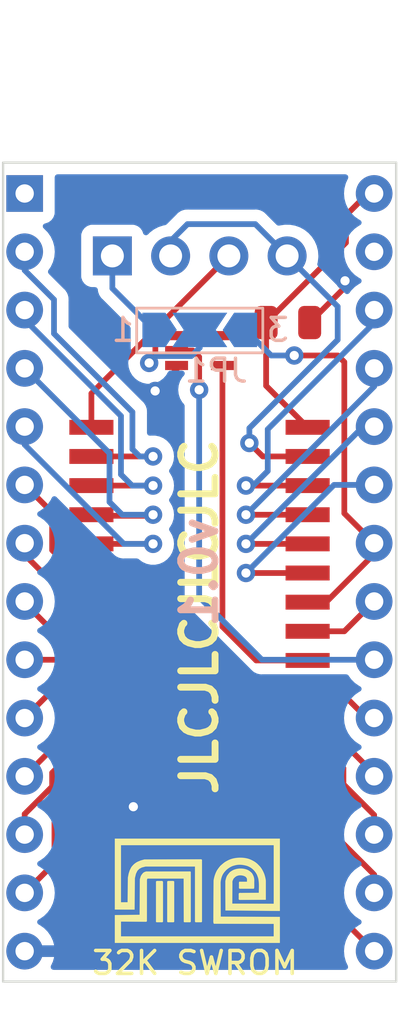
<source format=kicad_pcb>
(kicad_pcb (version 20211014) (generator pcbnew)
  (layers (0 "F.Cu" signal) (31 "B.Cu" signal) (34 "B.Paste" user) (35 "F.Paste" user) (36 "B.SilkS" user "B.Silkscreen") (37 "F.SilkS" user "F.Silkscreen") (38 "B.Mask" user) (39 "F.Mask" user) (44 "Edge.Cuts" user))
  (net 0 "")
  (net 2 "/A12")
  (net 3 "/A7")
  (net 4 "/A6")
  (net 5 "/A5")
  (net 6 "/A4")
  (net 7 "/A3")
  (net 8 "/A2")
  (net 9 "/A1")
  (net 10 "/A0")
  (net 11 "/DQ0")
  (net 12 "/DQ1")
  (net 13 "/DQ2")
  (net 14 "GND")
  (net 15 "/DQ3")
  (net 16 "/DQ4")
  (net 17 "/DQ5")
  (net 18 "/DQ6")
  (net 19 "/DQ7")
  (net 20 "/CE")
  (net 21 "/A10")
  (net 22 "/OE")
  (net 23 "/A11")
  (net 24 "/A9")
  (net 25 "/A8")
  (net 26 "/A13")
  (net 28 "+5V")
  (net 29 "/nPhi1")
  (net 30 "Net-(JP1-Pad2)")
  (net 31 "/WE")
  (net 32 "/A14")
  (net 33 "/F_CE")
  (footprint "BBCB-SWROM-32:SOT65P210X110-5N" (layer "F.Cu") (at 153.125 76.6)
    (fp_text reference "U3" hide)
    (fp_text value "74AHC1G32SE-7" hide)
    (pad "1" smd rect (at -1 -0.65 90) (size 0.4 1) (layers "F.Cu" "F.Paste" "F.Mask") (net 30 "Net-(JP1-Pad2)"))
    (pad "2" smd rect (at -1 0 90) (size 0.4 1) (layers "F.Cu" "F.Paste" "F.Mask") (net 20 "/CE"))
    (pad "3" smd rect (at -1 0.65 90) (size 0.4 1) (layers "F.Cu" "F.Paste" "F.Mask") (net 14 "GND"))
    (pad "4" smd rect (at 1 0.65 90) (size 0.4 1) (layers "F.Cu" "F.Paste" "F.Mask") (net 33 "/F_CE"))
    (pad "5" smd rect (at 1 -0.65 90) (size 0.4 1) (layers "F.Cu" "F.Paste" "F.Mask") (net 28 "+5V"))
  )
  (footprint "Package_DIP:DIP-28_W15.24mm" (layer "F.Cu") (at 145.5 69.755)
    (fp_text reference "U1" hide)
    (fp_text value "FM18W08-SG")
    (pad "1" thru_hole rect (at 0 0) (size 1.6 1.6) (drill 0.8) (layers *.Cu *.Mask))
    (pad "2" thru_hole oval (at 0 2.54) (size 1.6 1.6) (drill 0.8) (layers *.Cu *.Mask) (net 2 "/A12"))
    (pad "3" thru_hole oval (at 0 5.08) (size 1.6 1.6) (drill 0.8) (layers *.Cu *.Mask) (net 3 "/A7"))
    (pad "4" thru_hole oval (at 0 7.62) (size 1.6 1.6) (drill 0.8) (layers *.Cu *.Mask) (net 4 "/A6"))
    (pad "5" thru_hole oval (at 0 10.16) (size 1.6 1.6) (drill 0.8) (layers *.Cu *.Mask) (net 5 "/A5"))
    (pad "6" thru_hole oval (at 0 12.7) (size 1.6 1.6) (drill 0.8) (layers *.Cu *.Mask) (net 6 "/A4"))
    (pad "7" thru_hole oval (at 0 15.24) (size 1.6 1.6) (drill 0.8) (layers *.Cu *.Mask) (net 7 "/A3"))
    (pad "8" thru_hole oval (at 0 17.78) (size 1.6 1.6) (drill 0.8) (layers *.Cu *.Mask) (net 8 "/A2"))
    (pad "9" thru_hole oval (at 0 20.32) (size 1.6 1.6) (drill 0.8) (layers *.Cu *.Mask) (net 9 "/A1"))
    (pad "10" thru_hole oval (at 0 22.86) (size 1.6 1.6) (drill 0.8) (layers *.Cu *.Mask) (net 10 "/A0"))
    (pad "11" thru_hole oval (at 0 25.4) (size 1.6 1.6) (drill 0.8) (layers *.Cu *.Mask) (net 11 "/DQ0"))
    (pad "12" thru_hole oval (at 0 27.94) (size 1.6 1.6) (drill 0.8) (layers *.Cu *.Mask) (net 12 "/DQ1"))
    (pad "13" thru_hole oval (at 0 30.48) (size 1.6 1.6) (drill 0.8) (layers *.Cu *.Mask) (net 13 "/DQ2"))
    (pad "14" thru_hole oval (at 0 33.02) (size 1.6 1.6) (drill 0.8) (layers *.Cu *.Mask) (net 14 "GND"))
    (pad "15" thru_hole oval (at 15.24 33.02) (size 1.6 1.6) (drill 0.8) (layers *.Cu *.Mask) (net 15 "/DQ3"))
    (pad "16" thru_hole oval (at 15.24 30.48) (size 1.6 1.6) (drill 0.8) (layers *.Cu *.Mask) (net 16 "/DQ4"))
    (pad "17" thru_hole oval (at 15.24 27.94) (size 1.6 1.6) (drill 0.8) (layers *.Cu *.Mask) (net 17 "/DQ5"))
    (pad "18" thru_hole oval (at 15.24 25.4) (size 1.6 1.6) (drill 0.8) (layers *.Cu *.Mask) (net 18 "/DQ6"))
    (pad "19" thru_hole oval (at 15.24 22.86) (size 1.6 1.6) (drill 0.8) (layers *.Cu *.Mask) (net 19 "/DQ7"))
    (pad "20" thru_hole oval (at 15.24 20.32) (size 1.6 1.6) (drill 0.8) (layers *.Cu *.Mask) (net 20 "/CE"))
    (pad "21" thru_hole oval (at 15.24 17.78) (size 1.6 1.6) (drill 0.8) (layers *.Cu *.Mask) (net 21 "/A10"))
    (pad "22" thru_hole oval (at 15.24 15.24) (size 1.6 1.6) (drill 0.8) (layers *.Cu *.Mask) (net 22 "/OE"))
    (pad "23" thru_hole oval (at 15.24 12.7) (size 1.6 1.6) (drill 0.8) (layers *.Cu *.Mask) (net 23 "/A11"))
    (pad "24" thru_hole oval (at 15.24 10.16) (size 1.6 1.6) (drill 0.8) (layers *.Cu *.Mask) (net 24 "/A9"))
    (pad "25" thru_hole oval (at 15.24 7.62) (size 1.6 1.6) (drill 0.8) (layers *.Cu *.Mask) (net 25 "/A8"))
    (pad "26" thru_hole oval (at 15.24 5.08) (size 1.6 1.6) (drill 0.8) (layers *.Cu *.Mask) (net 26 "/A13"))
    (pad "27" thru_hole oval (at 15.24 2.54) (size 1.6 1.6) (drill 0.8) (layers *.Cu *.Mask))
    (pad "28" thru_hole oval (at 15.24 0) (size 1.6 1.6) (drill 0.8) (layers *.Cu *.Mask) (net 28 "+5V"))
  )
  (footprint "BBCB-SWROM-32:FM18W08" (layer "F.Cu") (at 153.125 88.2)
    (fp_text reference "U2" hide)
    (fp_text value "FM18W08-SG" hide)
    (pad "1" smd rect (at -4.714 -8.255 90) (size 0.65 1.922) (layers "F.Cu" "F.Paste" "F.Mask") (net 32 "/A14"))
    (pad "2" smd rect (at -4.714 -6.985 90) (size 0.65 1.922) (layers "F.Cu" "F.Paste" "F.Mask") (net 2 "/A12"))
    (pad "3" smd rect (at -4.714 -5.715 90) (size 0.65 1.922) (layers "F.Cu" "F.Paste" "F.Mask") (net 3 "/A7"))
    (pad "4" smd rect (at -4.714 -4.445 90) (size 0.65 1.922) (layers "F.Cu" "F.Paste" "F.Mask") (net 4 "/A6"))
    (pad "5" smd rect (at -4.714 -3.175 90) (size 0.65 1.922) (layers "F.Cu" "F.Paste" "F.Mask") (net 5 "/A5"))
    (pad "6" smd rect (at -4.714 -1.905 90) (size 0.65 1.922) (layers "F.Cu" "F.Paste" "F.Mask") (net 6 "/A4"))
    (pad "7" smd rect (at -4.714 -0.635 90) (size 0.65 1.922) (layers "F.Cu" "F.Paste" "F.Mask") (net 7 "/A3"))
    (pad "8" smd rect (at -4.714 0.635 90) (size 0.65 1.922) (layers "F.Cu" "F.Paste" "F.Mask") (net 8 "/A2"))
    (pad "9" smd rect (at -4.714 1.905 90) (size 0.65 1.922) (layers "F.Cu" "F.Paste" "F.Mask") (net 9 "/A1"))
    (pad "10" smd rect (at -4.714 3.175 90) (size 0.65 1.922) (layers "F.Cu" "F.Paste" "F.Mask") (net 10 "/A0"))
    (pad "11" smd rect (at -4.714 4.445 90) (size 0.65 1.922) (layers "F.Cu" "F.Paste" "F.Mask") (net 11 "/DQ0"))
    (pad "12" smd rect (at -4.714 5.715 90) (size 0.65 1.922) (layers "F.Cu" "F.Paste" "F.Mask") (net 12 "/DQ1"))
    (pad "13" smd rect (at -4.714 6.985 90) (size 0.65 1.922) (layers "F.Cu" "F.Paste" "F.Mask") (net 13 "/DQ2"))
    (pad "14" smd rect (at -4.714 8.255 90) (size 0.65 1.922) (layers "F.Cu" "F.Paste" "F.Mask") (net 14 "GND"))
    (pad "15" smd rect (at 4.714 8.255 90) (size 0.65 1.922) (layers "F.Cu" "F.Paste" "F.Mask") (net 15 "/DQ3"))
    (pad "16" smd rect (at 4.714 6.985 90) (size 0.65 1.922) (layers "F.Cu" "F.Paste" "F.Mask") (net 16 "/DQ4"))
    (pad "17" smd rect (at 4.714 5.715 90) (size 0.65 1.922) (layers "F.Cu" "F.Paste" "F.Mask") (net 17 "/DQ5"))
    (pad "18" smd rect (at 4.714 4.445 90) (size 0.65 1.922) (layers "F.Cu" "F.Paste" "F.Mask") (net 18 "/DQ6"))
    (pad "19" smd rect (at 4.714 3.175 90) (size 0.65 1.922) (layers "F.Cu" "F.Paste" "F.Mask") (net 19 "/DQ7"))
    (pad "20" smd rect (at 4.714 1.905 90) (size 0.65 1.922) (layers "F.Cu" "F.Paste" "F.Mask") (net 33 "/F_CE"))
    (pad "21" smd rect (at 4.714 0.635 90) (size 0.65 1.922) (layers "F.Cu" "F.Paste" "F.Mask") (net 21 "/A10"))
    (pad "22" smd rect (at 4.714 -0.635 90) (size 0.65 1.922) (layers "F.Cu" "F.Paste" "F.Mask") (net 22 "/OE"))
    (pad "23" smd rect (at 4.714 -1.905 90) (size 0.65 1.922) (layers "F.Cu" "F.Paste" "F.Mask") (net 23 "/A11"))
    (pad "24" smd rect (at 4.714 -3.175 90) (size 0.65 1.922) (layers "F.Cu" "F.Paste" "F.Mask") (net 24 "/A9"))
    (pad "25" smd rect (at 4.714 -4.445 90) (size 0.65 1.922) (layers "F.Cu" "F.Paste" "F.Mask") (net 25 "/A8"))
    (pad "26" smd rect (at 4.714 -5.715 90) (size 0.65 1.922) (layers "F.Cu" "F.Paste" "F.Mask") (net 26 "/A13"))
    (pad "27" smd rect (at 4.714 -6.985 90) (size 0.65 1.922) (layers "F.Cu" "F.Paste" "F.Mask") (net 31 "/WE"))
    (pad "28" smd rect (at 4.714 -8.255 90) (size 0.65 1.922) (layers "F.Cu" "F.Paste" "F.Mask") (net 28 "+5V"))
  )
  (footprint "Capacitor_SMD:C_0805_2012Metric" (layer "F.Cu") (at 156.98 75.38)
    (fp_text reference "C1" hide)
    (fp_text value "0.1n")
    (pad "1" smd roundrect (at -0.95 0) (size 1 1.45) (layers "F.Cu" "F.Paste" "F.Mask") (net 28 "+5V"))
    (pad "2" smd roundrect (at 0.95 0) (size 1 1.45) (layers "F.Cu" "F.Paste" "F.Mask") (net 14 "GND"))
  )
  (footprint "Connector_PinHeader_2.54mm:PinHeader_1x04_P2.54mm_Horizontal" (layer "F.Cu") (at 149.325 72.475 90)
    (fp_text reference "J1" hide)
    (fp_text value "Conn_01x04_Male")
    (pad "1" thru_hole rect (at 0 0 90) (size 1.7 1.7) (drill 1) (layers *.Cu *.Mask) (net 29 "/nPhi1"))
    (pad "2" thru_hole oval (at 0 2.54 90) (size 1.7 1.7) (drill 1) (layers *.Cu *.Mask) (net 31 "/WE"))
    (pad "3" thru_hole oval (at 0 5.08 90) (size 1.7 1.7) (drill 1) (layers *.Cu *.Mask) (net 32 "/A14"))
    (pad "4" thru_hole oval (at 0 7.62 90) (size 1.7 1.7) (drill 1) (layers *.Cu *.Mask) (net 31 "/WE"))
  )
  (footprint "Jumper:SolderJumper-3_P2.0mm_Open_TrianglePad1.0x1.5mm_NumberLabels" (layer "B.Cu") (at 153.135 75.7)
    (fp_text reference "JP1" (at 0.725 1.775) (layer "B.SilkS") (effects (justify mirror)))
    (fp_text value "Jumper_3_Open")
    (fp_text user "1" (at -3.35 0) (layer "B.SilkS") (effects (justify mirror)))
    (fp_text user "3" (at 3.4 0) (layer "B.SilkS") (effects (justify mirror)))
    (fp_line (start 2.75 -0.95) (end -2.75 -0.95) (layer "B.SilkS") (width 0.12))
    (fp_line (start -2.75 -0.95) (end -2.75 1) (layer "B.SilkS") (width 0.12))
    (fp_line (start -2.75 1) (end 2.75 1) (layer "B.SilkS") (width 0.12))
    (fp_line (start 2.75 1) (end 2.75 -0.95) (layer "B.SilkS") (width 0.12))
    (pad "1" smd custom (at -2 0) (size 0.3 0.3) (layers "B.Cu" "B.Mask") (net 29 "/nPhi1") (options (clearance outline) (anchor rect)) (primitives (gr_poly (pts (xy 1 0) (xy 0.5 -0.75) (xy -0.5 -0.75) (xy -0.5 0.75) (xy 0.5 0.75)) (width 0) (fill yes))))
    (pad "2" smd custom (at 0 0) (size 0.3 0.3) (layers "B.Cu") (net 30 "Net-(JP1-Pad2)") (options (clearance outline) (anchor rect)) (primitives (gr_poly (pts (xy 0.7 0) (xy 1.2 -0.75) (xy -1.2 -0.75) (xy -0.7 0) (xy -1.2 0.75) (xy 1.2 0.75)) (width 0) (fill yes))))
    (pad "3" smd custom (at 2 0 180) (size 0.3 0.3) (layers "B.Cu" "B.Mask") (net 22 "/OE") (options (clearance outline) (anchor rect)) (primitives (gr_poly (pts (xy 1 0) (xy 0.5 -0.75) (xy -0.5 -0.75) (xy -0.5 0.75) (xy 0.5 0.75)) (width 0) (fill yes))))
  )
  (gr_rect (start 149.37 97.81) (end 156.68 102.51) (layer "F.Cu") (width 0.2) (fill solid))
  (gr_poly (pts (xy 154.955491 98.700522) (xy 154.994925 98.702541) (xy 155.03432 98.705721) (xy 155.073601 98.71009) (xy 155.112695 98.715677) (xy 155.15153 98.722507) (xy 155.190031 98.730609) (xy 155.21068 98.735007) (xy 155.231116 98.740063) (xy 155.251347 98.745735) (xy 155.271382 98.751985) (xy 155.29123 98.758774) (xy 155.3109 98.766061) (xy 155.3304 98.773808) (xy 155.349739 98.781974) (xy 155.387969 98.799411) (xy 155.42566 98.818055) (xy 155.462881 98.837592) (xy 155.499702 98.857707) (xy 155.514469 98.866685) (xy 155.529033 98.875909) (xy 155.543392 98.88538) (xy 155.557546 98.895099) (xy 155.571493 98.905069) (xy 155.585232 98.91529) (xy 155.598762 98.925763) (xy 155.612081 98.93649) (xy 155.62519 98.947473) (xy 155.638085 98.958713) (xy 155.650767 98.970211) (xy 155.663234 98.981969) (xy 155.675485 98.993987) (xy 155.687519 99.006268) (xy 155.699334 99.018813) (xy 155.71093 99.031623) (xy 155.730728 99.05083) (xy 155.749698 99.070764) (xy 155.76787 99.091377) (xy 155.785276 99.112624) (xy 155.801945 99.134458) (xy 155.817908 99.156833) (xy 155.833195 99.179704) (xy 155.847836 99.203023) (xy 155.861863 99.226744) (xy 155.875305 99.250822) (xy 155.888193 99.27521) (xy 155.900558 99.299861) (xy 155.923837 99.34977) (xy 155.945386 99.400179) (xy 155.958158 99.436834) (xy 155.969981 99.473886) (xy 155.980804 99.511284) (xy 155.990579 99.548974) (xy 155.999255 99.586904) (xy 156.006784 99.625021) (xy 156.013115 99.663273) (xy 156.018199 99.701608) (xy 156.018199 100.537475) (xy 154.862248 100.542951) (xy 154.857737 100.540542) (xy 154.853672 100.537923) (xy 154.850032 100.535106) (xy 154.846796 100.532099) (xy 154.843942 100.528914) (xy 154.841449 100.525559) (xy 154.839295 100.522046) (xy 154.83746 100.518383) (xy 154.835921 100.514581) (xy 154.834658 100.510651) (xy 154.833649 100.506601) (xy 154.832872 100.502442) (xy 154.831931 100.493838) (xy 154.831664 100.484918) (xy 154.831901 100.475763) (xy 154.832469 100.466451) (xy 154.833919 100.447682) (xy 154.834459 100.438384) (xy 154.834647 100.42925) (xy 154.834312 100.420362) (xy 154.833284 100.411798) (xy 154.833838 100.402035) (xy 154.834088 100.39213) (xy 154.833916 100.372004) (xy 154.832556 100.331276) (xy 154.832327 100.311124) (xy 154.832536 100.301199) (xy 154.833039 100.291412) (xy 154.833897 100.281792) (xy 154.83517 100.272366) (xy 154.836918 100.263162) (xy 154.8392 100.254209) (xy 154.842971 100.250836) (xy 154.846874 100.247826) (xy 154.850904 100.245161) (xy 154.855052 100.242823) (xy 154.859314 100.240793) (xy 154.86368 100.239052) (xy 154.868146 100.237583) (xy 154.872704 100.236366) (xy 154.88207 100.234615) (xy 154.891723 100.233653) (xy 154.90161 100.233329) (xy 154.911676 100.233496) (xy 154.952651 100.236106) (xy 154.962801 100.236502) (xy 154.972806 100.236499) (xy 154.982612 100.235949) (xy 154.992163 100.234702) (xy 155.71 100.23) (xy 155.715023 99.959746) (xy 155.714594 99.892248) (xy 155.712249 99.824823) (xy 155.707368 99.757496) (xy 155.703782 99.723876) (xy 155.699329 99.69029) (xy 155.698117 99.674876) (xy 155.696255 99.659563) (xy 155.693799 99.644347) (xy 155.690801 99.629224) (xy 155.687316 99.614189) (xy 155.683396 99.599237) (xy 155.679097 99.584362) (xy 155.674472 99.569562) (xy 155.664457 99.540161) (xy 155.653782 99.510997) (xy 155.632175 99.453225) (xy 155.621432 99.432211) (xy 155.610157 99.411492) (xy 155.598349 99.391089) (xy 155.586008 99.371024) (xy 155.573132 99.351317) (xy 155.559721 99.331991) (xy 155.545772 99.313066) (xy 155.531285 99.294564) (xy 155.516259 99.276506) (xy 155.500693 99.258914) (xy 155.484585 99.241808) (xy 155.467934 99.225211) (xy 155.45074 99.209143) (xy 155.433001 99.193626) (xy 155.414716 99.178681) (xy 155.395885 99.164329) (xy 155.384863 99.156263) (xy 155.373622 99.148428) (xy 155.362178 99.140821) (xy 155.350546 99.13344) (xy 155.326773 99.119342) (xy 155.302423 99.10611) (xy 155.277613 99.09372) (xy 155.252462 99.082148) (xy 155.227087 99.07137) (xy 155.201607 99.061363) (xy 155.136325 99.043857) (xy 155.103032 99.036133) (xy 155.069357 99.029216) (xy 155.035338 99.023196) (xy 155.001013 99.018164) (xy 154.96642 99.014209) (xy 154.931597 99.011421) (xy 154.896584 99.009892) (xy 154.861418 99.009712) (xy 154.826138 99.010971) (xy 154.790782 99.013759) (xy 154.755389 99.018166) (xy 154.719996 99.024284) (xy 154.684643 99.032202) (xy 154.649367 99.04201) (xy 154.624941 99.048128) (xy 154.600843 99.055222) (xy 154.577077 99.063248) (xy 154.553649 99.072162) (xy 154.530565 99.081921) (xy 154.507828 99.092482) (xy 154.485445 99.103801) (xy 154.463421 99.115835) (xy 154.44176 99.128541) (xy 154.420469 99.141875) (xy 154.399551 99.155794) (xy 154.379013 99.170254) (xy 154.35886 99.185213) (xy 154.339096 99.200626) (xy 154.319727 99.216451) (xy 154.300758 99.232644) (xy 154.277013 99.257056) (xy 154.253785 99.281857) (xy 154.231252 99.307181) (xy 154.220302 99.320082) (xy 154.209593 99.333164) (xy 154.199148 99.346444) (xy 154.188988 99.35994) (xy 154.179137 99.373667) (xy 154.169617 99.387644) (xy 154.160449 99.401887) (xy 154.151657 99.416412) (xy 154.143264 99.431237) (xy 154.13529 99.446378) (xy 154.125776 99.465773) (xy 154.116852 99.485445) (xy 154.108505 99.505374) (xy 154.100719 99.52554) (xy 154.093479 99.545923) (xy 154.086771 99.566504) (xy 154.08058 99.587262) (xy 154.074891 99.608177) (xy 154.06969 99.62923) (xy 154.064961 99.650401) (xy 154.056861 99.693017) (xy 154.050475 99.735865) (xy 154.045683 99.778787) (xy 154.051031 101.002511) (xy 154.052117 101.251747) (xy 154.052194 101.269084) (xy 156.630926 101.280116) (xy 156.630926 102.41705) (xy 149.430926 102.41705) (xy 149.430926 101.200897) (xy 150.511842 101.187873) (xy 150.513186 100.972099) (xy 150.516674 100.416525) (xy 150.521505 99.645152) (xy 150.539876 99.581848) (xy 150.558221 99.518519) (xy 150.574551 99.486402) (xy 150.590855 99.454284) (xy 150.62783 99.408758) (xy 150.63484 99.39993) (xy 150.64173 99.3911) (xy 150.648675 99.38242) (xy 150.652222 99.378182) (xy 150.65585 99.374038) (xy 150.659579 99.370007) (xy 150.663431 99.366106) (xy 150.667428 99.362356) (xy 150.671592 99.358775) (xy 150.675945 99.355381) (xy 150.680509 99.352194) (xy 150.685306 99.349232) (xy 150.687799 99.347842) (xy 150.690358 99.346514) (xy 150.715938 99.329795) (xy 150.755677 99.315663) (xy 150.795442 99.301502) (xy 151.764014 99.301039) (xy 152.732585 99.300573) (xy 152.739044 99.317341) (xy 152.745478 99.33411) (xy 152.745478 101.491111) (xy 152.73274 101.503849) (xy 152.719976 101.516561) (xy 152.591922 101.516381) (xy 152.463868 101.516226) (xy 152.450638 101.507853) (xy 152.437409 101.499482) (xy 152.436634 101.233969) (xy 152.435937 100.988635) (xy 152.434696 100.556413) (xy 152.431983 99.613345) (xy 150.859185 99.613345) (xy 150.854968 99.618565) (xy 150.851316 99.623492) (xy 150.848182 99.628173) (xy 150.84552 99.632653) (xy 150.843286 99.636979) (xy 150.841433 99.641197) (xy 150.839916 99.645353) (xy 150.838689 99.649493) (xy 150.837707 99.653663) (xy 150.836923 99.65791) (xy 150.836293 99.662279) (xy 150.835769 99.666817) (xy 150.833838 99.687579) (xy 150.833218 100.578738) (xy 150.832959 100.974838) (xy 150.832804 101.216322) (xy 150.832623 101.469898) (xy 150.819885 101.482636) (xy 150.807147 101.495349) (xy 149.702021 101.487933) (xy 149.702021 102.128539) (xy 156.359805 102.128539) (xy 156.359805 101.587591) (xy 153.748802 101.581777) (xy 153.745181 101.574276) (xy 153.741934 101.566706) (xy 153.736487 101.551379) (xy 153.732315 101.53582) (xy 153.729272 101.520058) (xy 153.727212 101.504118) (xy 153.725989 101.488026) (xy 153.725456 101.47181) (xy 153.725467 101.455496) (xy 153.726539 101.422678) (xy 153.728033 101.389783) (xy 153.728782 101.357023) (xy 153.728511 101.34076) (xy 153.727615 101.32461) (xy 153.727976 101.248179) (xy 153.729139 100.999746) (xy 153.732072 100.345938) (xy 153.737201 99.692358) (xy 153.747946 99.634437) (xy 153.760793 99.576953) (xy 153.768037 99.548415) (xy 153.775847 99.520036) (xy 153.784236 99.491833) (xy 153.793217 99.463821) (xy 153.802803 99.436018) (xy 153.813009 99.408439) (xy 153.823847 99.381101) (xy 153.835331 99.354022) (xy 153.847474 99.327217) (xy 153.86029 99.300702) (xy 153.873791 99.274495) (xy 153.887992 99.248612) (xy 153.905536 99.222437) (xy 153.92348 99.196337) (xy 153.941861 99.170422) (xy 153.960714 99.144801) (xy 153.980078 99.119582) (xy 153.99999 99.094876) (xy 154.020485 99.070791) (xy 154.041601 99.047436) (xy 154.104313 98.992742) (xy 154.135841 98.965631) (xy 154.167862 98.939201) (xy 154.184146 98.926365) (xy 154.200659 98.913846) (xy 154.217437 98.901695) (xy 154.234516 98.889961) (xy 154.251931 98.878692) (xy 154.269717 98.867938) (xy 154.28791 98.857748) (xy 154.306545 98.848171) (xy 154.322209 98.839046) (xy 154.338079 98.830234) (xy 154.370391 98.813543) (xy 154.403383 98.798073) (xy 154.436955 98.783801) (xy 154.47101 98.770705) (xy 154.505449 98.75876) (xy 154.540173 98.747942) (xy 154.575082 98.73823) (xy 154.610884 98.730127) (xy 154.647378 98.722916) (xy 154.684492 98.716622) (xy 154.722153 98.711273) (xy 154.760287 98.706895) (xy 154.798821 98.703516) (xy 154.837682 98.701162) (xy 154.876796 98.699861) (xy 154.91609 98.699638)) (layer "F.SilkS") (width 0) (fill solid))
  (gr_poly (pts (xy 156.630926 101.024679) (xy 156.183881 101.021813) (xy 155.671501 101.016436) (xy 154.90974 101.008088) (xy 154.25412 101.004035) (xy 154.251114 100.358948) (xy 154.249885 100.036439) (xy 154.250554 99.714166) (xy 154.266869 99.648904) (xy 154.275363 99.616405) (xy 154.284745 99.584254) (xy 154.289924 99.568371) (xy 154.295511 99.552649) (xy 154.301569 99.537113) (xy 154.308159 99.521786) (xy 154.315345 99.506694) (xy 154.323187 99.491861) (xy 154.331749 99.477311) (xy 154.341091 99.46307) (xy 154.379199 99.413072) (xy 154.398583 99.388202) (xy 154.40854 99.37602) (xy 154.418744 99.364089) (xy 154.429246 99.352474) (xy 154.440099 99.341237) (xy 154.451354 99.33044) (xy 154.463065 99.320148) (xy 154.475282 99.310423) (xy 154.488059 99.301327) (xy 154.501448 99.292924) (xy 154.508388 99.289002) (xy 154.5155 99.285276) (xy 154.53453 99.272078) (xy 154.554894 99.259586) (xy 154.599288 99.236812) (xy 154.648008 99.21715) (xy 154.700378 99.200794) (xy 154.755726 99.187941) (xy 154.813376 99.178784) (xy 154.872656 99.173519) (xy 154.93289 99.172341) (xy 154.993404 99.175444) (xy 155.053525 99.183025) (xy 155.112579 99.195277) (xy 155.141495 99.203216) (xy 155.169891 99.212396) (xy 155.197683 99.222841) (xy 155.224787 99.234576) (xy 155.251118 99.247626) (xy 155.276593 99.262014) (xy 155.301126 99.277765) (xy 155.324635 99.294903) (xy 155.347034 99.313453) (xy 155.368239 99.333439) (xy 155.37909 99.34198) (xy 155.38921 99.351153) (xy 155.398654 99.360903) (xy 155.407476 99.371174) (xy 155.41573 99.381912) (xy 155.423473 99.39306) (xy 155.430757 99.404563) (xy 155.437638 99.416367) (xy 155.444171 99.428415) (xy 155.450411 99.440653) (xy 155.462227 99.465475) (xy 155.484743 99.514953) (xy 155.489194 99.528656) (xy 155.49329 99.542404) (xy 155.497032 99.556197) (xy 155.500418 99.570036) (xy 155.50345 99.583921) (xy 155.506127 99.597851) (xy 155.508449 99.611826) (xy 155.510417 99.625847) (xy 155.51203 99.639913) (xy 155.513288 99.654024) (xy 155.514192 99.668181) (xy 155.514742 99.682383) (xy 155.514937 99.69663) (xy 155.514778 99.710922) (xy 155.514265 99.725259) (xy 155.513397 99.739642) (xy 155.512892 99.774774) (xy 155.513005 99.810061) (xy 155.513881 99.880798) (xy 155.514041 99.916097) (xy 155.513617 99.951249) (xy 155.512305 99.98618) (xy 155.509806 100.020812) (xy 155.508674 100.025747) (xy 155.507266 100.030222) (xy 155.505594 100.034258) (xy 155.503672 100.037877) (xy 155.501511 100.0411) (xy 155.499125 100.043947) (xy 155.496527 100.04644) (xy 155.493728 100.0486) (xy 155.490741 100.050447) (xy 155.48758 100.052003) (xy 155.484256 100.053289) (xy 155.480782 100.054326) (xy 155.477172 100.055134) (xy 155.473437 100.055735) (xy 155.465644 100.056399) (xy 155.457504 100.056487) (xy 155.44912 100.056166) (xy 155.432019 100.05497) (xy 155.423505 100.054433) (xy 155.41515 100.054159) (xy 155.407055 100.054317) (xy 155.399321 100.055076) (xy 154.869406 100.055076) (xy 154.865244 100.052083) (xy 154.861508 100.048913) (xy 154.858175 100.045577) (xy 154.855226 100.042082) (xy 154.85264 100.038437) (xy 154.850396 100.034651) (xy 154.848472 100.030732) (xy 154.846849 100.026689) (xy 154.845505 100.022531) (xy 154.84442 100.018265) (xy 154.843573 100.013901) (xy 154.842943 100.009448) (xy 154.842251 100.000305) (xy 154.842178 99.990907) (xy 154.842557 99.981323) (xy 154.843222 99.971619) (xy 154.844745 99.952134) (xy 154.84527 99.942489) (xy 154.845415 99.933002) (xy 154.845015 99.92374) (xy 154.843903 99.914773) (xy 154.844593 99.904301) (xy 154.84486 99.893752) (xy 154.844798 99.883141) (xy 154.844502 99.872487) (xy 154.842844 99.829784) (xy 154.842782 99.819173) (xy 154.843049 99.808623) (xy 154.843739 99.798152) (xy 154.844946 99.787775) (xy 154.846764 99.777512) (xy 154.849286 99.767379) (xy 154.852608 99.757394) (xy 154.854597 99.752462) (xy 154.856822 99.747573) (xy 155.194606 99.747573) (xy 155.193808 99.73622) (xy 155.193591 99.724689) (xy 155.193799 99.713027) (xy 155.194279 99.701283) (xy 155.195435 99.677735) (xy 155.195801 99.666026) (xy 155.195821 99.654424) (xy 155.195339 99.642976) (xy 155.194201 99.631729) (xy 155.192253 99.620731) (xy 155.190926 99.615339) (xy 155.189339 99.610028) (xy 155.187472 99.604803) (xy 155.185306 99.599669) (xy 155.182821 99.594633) (xy 155.179999 99.589701) (xy 155.176819 99.584878) (xy 155.173262 99.58017) (xy 155.16931 99.575584) (xy 155.164943 99.571125) (xy 155.159789 99.563083) (xy 155.153692 99.555326) (xy 155.146701 99.547861) (xy 155.138869 99.540696) (xy 155.130247 99.533837) (xy 155.120887 99.527292) (xy 155.100154 99.515172) (xy 155.077083 99.504393) (xy 155.052083 99.495013) (xy 155.025567 99.487089) (xy 154.997944 99.480679) (xy 154.969626 99.475839) (xy 154.941023 99.472628) (xy 154.912547 99.471102) (xy 154.884608 99.47132) (xy 154.857617 99.473338) (xy 154.831984 99.477213) (xy 154.808121 99.483004) (xy 154.796982 99.486636) (xy 154.786439 99.490768) (xy 154.77958 99.492424) (xy 154.77284 99.494311) (xy 154.766216 99.496418) (xy 154.759705 99.498739) (xy 154.753303 99.501263) (xy 154.747008 99.503985) (xy 154.734722 99.509981) (xy 154.722821 99.516662) (xy 154.71128 99.52396) (xy 154.700071 99.531808) (xy 154.689169 99.540138) (xy 154.678547 99.548884) (xy 154.668179 99.557978) (xy 154.658038 99.567354) (xy 154.6481 99.576945) (xy 154.628722 99.596501) (xy 154.609835 99.61611) (xy 154.600172 99.637045) (xy 154.590224 99.657918) (xy 154.580657 99.678876) (xy 154.576224 99.689432) (xy 154.572136 99.700063) (xy 154.568476 99.710788) (xy 154.565327 99.721624) (xy 154.562772 99.73259) (xy 154.560895 99.743704) (xy 154.559779 99.754984) (xy 154.559507 99.766448) (xy 154.559713 99.772255) (xy 154.560162 99.778114) (xy 154.560863 99.784028) (xy 154.561827 99.79) (xy 154.555807 100.70196) (xy 156.359805 100.707258) (xy 156.359805 98.157774) (xy 149.702021 98.157774) (xy 149.702021 100.642636) (xy 149.987791 100.641834) (xy 149.993837 100.10639) (xy 149.999909 99.570944) (xy 150.017402 99.480821) (xy 150.034894 99.390696) (xy 150.057425 99.321786) (xy 150.079904 99.25285) (xy 150.11197 99.187428) (xy 150.120476 99.170146) (xy 150.12908 99.153169) (xy 150.137979 99.136542) (xy 150.142602 99.128374) (xy 150.147372 99.12031) (xy 150.152316 99.112355) (xy 150.157456 99.104515) (xy 150.162818 99.096795) (xy 150.168428 99.089202) (xy 150.174308 99.08174) (xy 150.180485 99.074416) (xy 150.186982 99.067234) (xy 150.193825 99.0602) (xy 150.206657 99.044909) (xy 150.220373 99.029669) (xy 150.234923 99.014541) (xy 150.250254 98.999587) (xy 150.266314 98.984868) (xy 150.283052 98.970446) (xy 150.300415 98.956382) (xy 150.318353 98.942738) (xy 150.336812 98.929575) (xy 150.355741 98.916955) (xy 150.375089 98.904939) (xy 150.394804 98.893589) (xy 150.414832 98.882967) (xy 150.435124 98.873133) (xy 150.455627 98.86415) (xy 150.476288 98.856079) (xy 150.556671 98.822695) (xy 150.638863 98.799648) (xy 150.721054 98.7766) (xy 151.96289 98.773189) (xy 153.204752 98.769779) (xy 153.219532 98.782001) (xy 153.234312 98.794247) (xy 153.234312 101.491111) (xy 153.221573 101.503849) (xy 153.208835 101.516561) (xy 152.951642 101.516561) (xy 152.938903 101.503849) (xy 152.926139 101.491111) (xy 152.926139 99.088519) (xy 150.772265 99.088519) (xy 150.690074 99.109499) (xy 150.607883 99.13048) (xy 150.554578 99.159419) (xy 150.501274 99.188357) (xy 150.45983 99.229698) (xy 150.418385 99.271066) (xy 150.386397 99.336204) (xy 150.35441 99.40129) (xy 150.331465 99.496737) (xy 150.308547 99.592156) (xy 150.302242 100.270075) (xy 150.296196 100.965692) (xy 149.863562 100.965328) (xy 149.430926 100.962797) (xy 149.430926 97.869265) (xy 156.630926 97.869265)) (layer "F.SilkS") (width 0) (fill solid))
  (gr_poly (pts (xy 151.51731 99.730728) (xy 151.534002 99.747393) (xy 151.534002 101.491111) (xy 151.521263 101.503823) (xy 151.508499 101.516535) (xy 151.259445 101.516535) (xy 151.242624 101.510127) (xy 151.225829 101.503669) (xy 151.225829 99.736309) (xy 151.244407 99.725533) (xy 151.244407 99.725508) (xy 151.263011 99.714683) (xy 151.381815 99.714372) (xy 151.500619 99.714062)) (layer "F.SilkS") (width 0) (fill solid))
  (gr_poly (pts (xy 152.002294 99.725044) (xy 152.022835 99.736024) (xy 152.022835 101.491111) (xy 152.010097 101.503823) (xy 151.997333 101.516535) (xy 151.740165 101.516535) (xy 151.727427 101.503823) (xy 151.714663 101.491111) (xy 151.714663 99.736309) (xy 151.733266 99.725533) (xy 151.75187 99.714683) (xy 151.866798 99.714372) (xy 151.981752 99.714062)) (layer "F.SilkS") (width 0) (fill solid))
  (gr_line (start 144.56 104.1) (end 161.7 104.1) (layer "Edge.Cuts") (width 0.1))
  (gr_line (start 161.7 104.1) (end 161.7 68.41) (layer "Edge.Cuts") (width 0.1))
  (gr_line (start 161.7 68.41) (end 144.56 68.41) (layer "Edge.Cuts") (width 0.1))
  (gr_line (start 144.56 68.41) (end 144.56 104.1) (layer "Edge.Cuts") (width 0.1))
  (gr_text "v0.1" (at 153.125 86.255 90) (layer "B.SilkS") (effects (font (size 1.5 1.5) (thickness 0.3)) (justify mirror)))
  (gr_text "JLCJLCJLCJLC" (at 153.125 88.200001 90) (layer "F.SilkS") (effects (font (size 1.5 1.5) (thickness 0.3))))
  (gr_text "32K SWROM" (at 152.93 103.29) (layer "F.SilkS") (effects (font (size 1 1) (thickness 0.155))))
  (segment (start 151.1 81.215) (end 148.411 81.215) (width 0.25) (layer "F.Cu") (net 2))
  (via (at 151.1 81.215) (size 0.8) (drill 0.4) (layers "F.Cu" "B.Cu") (net 2))
  (segment (start 145.5 72.295) (end 145.5 73.1) (width 0.25) (layer "B.Cu") (net 2))
  (segment (start 150.515 81.215) (end 151.1 81.215) (width 0.25) (layer "B.Cu") (net 2))
  (segment (start 145.5 73.1) (end 146.78 74.38) (width 0.25) (layer "B.Cu") (net 2))
  (segment (start 150.2 80.9) (end 150.515 81.215) (width 0.25) (layer "B.Cu") (net 2))
  (segment (start 146.78 74.38) (end 146.78 75.86) (width 0.25) (layer "B.Cu") (net 2))
  (segment (start 146.78 75.86) (end 150.2 79.28) (width 0.25) (layer "B.Cu") (net 2))
  (segment (start 150.2 79.28) (end 150.2 80.9) (width 0.25) (layer "B.Cu") (net 2))
  (segment (start 151.1 82.485) (end 148.426 82.485) (width 0.25) (layer "F.Cu") (net 3))
  (via (at 151.1 82.485) (size 0.8) (drill 0.4) (layers "F.Cu" "B.Cu") (net 3))
  (segment (start 145.5 75.25) (end 149.7 79.45) (width 0.25) (layer "B.Cu") (net 3))
  (segment (start 150.185 82.485) (end 151.1 82.485) (width 0.25) (layer "B.Cu") (net 3))
  (segment (start 145.5 74.835) (end 145.5 75.25) (width 0.25) (layer "B.Cu") (net 3))
  (segment (start 149.7 79.45) (end 149.7 82) (width 0.25) (layer "B.Cu") (net 3))
  (segment (start 149.7 82) (end 150.185 82.485) (width 0.25) (layer "B.Cu") (net 3))
  (segment (start 151.1 83.8) (end 148.456 83.8) (width 0.25) (layer "F.Cu") (net 4))
  (via (at 151.1 83.755) (size 0.8) (drill 0.4) (layers "F.Cu" "B.Cu") (net 4))
  (segment (start 145.5 77.375) (end 149.2 81.075) (width 0.25) (layer "B.Cu") (net 4))
  (segment (start 149.2 83.2) (end 149.755 83.755) (width 0.25) (layer "B.Cu") (net 4))
  (segment (start 149.2 81.075) (end 149.2 83.2) (width 0.25) (layer "B.Cu") (net 4))
  (segment (start 149.755 83.755) (end 151.1 83.755) (width 0.25) (layer "B.Cu") (net 4))
  (segment (start 151.1 85.025) (end 148.411 85.025) (width 0.25) (layer "F.Cu") (net 5))
  (via (at 151.1 85.025) (size 0.8) (drill 0.4) (layers "F.Cu" "B.Cu") (net 5))
  (segment (start 145.5 79.915) (end 145.5 80.7) (width 0.25) (layer "B.Cu") (net 5))
  (segment (start 145.5 80.7) (end 149.825 85.025) (width 0.25) (layer "B.Cu") (net 5))
  (segment (start 149.825 85.025) (end 151.1 85.025) (width 0.25) (layer "B.Cu") (net 5))
  (segment (start 147.695 86.295) (end 146.7 85.3) (width 0.25) (layer "F.Cu") (net 6))
  (segment (start 146.7 83.655) (end 145.5 82.455) (width 0.25) (layer "F.Cu") (net 6))
  (segment (start 146.7 85.3) (end 146.7 83.655) (width 0.25) (layer "F.Cu") (net 6))
  (segment (start 148.411 86.295) (end 147.695 86.295) (width 0.25) (layer "F.Cu") (net 6))
  (segment (start 147.565 87.565) (end 145.5 85.5) (width 0.25) (layer "F.Cu") (net 7))
  (segment (start 145.5 85.5) (end 145.5 84.995) (width 0.25) (layer "F.Cu") (net 7))
  (segment (start 148.411 87.565) (end 147.565 87.565) (width 0.25) (layer "F.Cu") (net 7))
  (segment (start 145.5 87.535) (end 145.5 87.6) (width 0.25) (layer "F.Cu") (net 8))
  (segment (start 145.5 87.6) (end 146.735 88.835) (width 0.25) (layer "F.Cu") (net 8))
  (segment (start 146.735 88.835) (end 148.411 88.835) (width 0.25) (layer "F.Cu") (net 8))
  (segment (start 148.381 90.075) (end 148.411 90.105) (width 0.25) (layer "F.Cu") (net 9))
  (segment (start 145.5 90.075) (end 148.381 90.075) (width 0.25) (layer "F.Cu") (net 9))
  (segment (start 145.5 92.615) (end 146.74 91.375) (width 0.25) (layer "F.Cu") (net 10))
  (segment (start 146.74 91.375) (end 148.411 91.375) (width 0.25) (layer "F.Cu") (net 10))
  (segment (start 146.8 93.855) (end 146.8 93.4) (width 0.25) (layer "F.Cu") (net 11))
  (segment (start 147.555 92.645) (end 148.411 92.645) (width 0.25) (layer "F.Cu") (net 11))
  (segment (start 145.5 95.155) (end 146.8 93.855) (width 0.25) (layer "F.Cu") (net 11))
  (segment (start 146.8 93.4) (end 147.555 92.645) (width 0.25) (layer "F.Cu") (net 11))
  (segment (start 146.7 95) (end 147.785 93.915) (width 0.25) (layer "F.Cu") (net 12))
  (segment (start 147.785 93.915) (end 148.411 93.915) (width 0.25) (layer "F.Cu") (net 12))
  (segment (start 146.7 95.6) (end 146.7 95) (width 0.25) (layer "F.Cu") (net 12))
  (segment (start 145.5 96.8) (end 146.7 95.6) (width 0.25) (layer "F.Cu") (net 12))
  (segment (start 145.5 97.695) (end 145.5 96.8) (width 0.25) (layer "F.Cu") (net 12))
  (segment (start 147.815 95.185) (end 148.411 95.185) (width 0.25) (layer "F.Cu") (net 13))
  (segment (start 146.8 96.2) (end 147.815 95.185) (width 0.25) (layer "F.Cu") (net 13))
  (segment (start 146.8 98.935) (end 146.8 96.2) (width 0.25) (layer "F.Cu") (net 13))
  (segment (start 145.5 100.235) (end 146.8 98.935) (width 0.25) (layer "F.Cu") (net 13))
  (segment (start 148.411 96.455) (end 150.215 96.455) (width 0.25) (layer "F.Cu") (net 14))
  (segment (start 157.93 75.38) (end 159.47 73.84) (width 0.25) (layer "F.Cu") (net 14))
  (segment (start 152.125 77.425) (end 151.19 78.36) (width 0.25) (layer "F.Cu") (net 14))
  (segment (start 159.47 73.84) (end 159.47 73.56) (width 0.25) (layer "F.Cu") (net 14))
  (segment (start 150.215 96.455) (end 150.24 96.48) (width 0.25) (layer "F.Cu") (net 14))
  (segment (start 152.125 77.25) (end 152.125 77.425) (width 0.25) (layer "F.Cu") (net 14))
  (via (at 159.47 73.56) (size 0.8) (drill 0.4) (layers "F.Cu" "B.Cu") (net 14))
  (via (at 151.19 78.36) (size 0.8) (drill 0.4) (layers "F.Cu" "B.Cu") (net 14))
  (via (at 150.24 96.48) (size 0.8) (drill 0.4) (layers "F.Cu" "B.Cu") (net 14))
  (segment (start 160.74 102.775) (end 157.839 99.874) (width 0.25) (layer "F.Cu") (net 15))
  (segment (start 157.839 99.874) (end 157.839 96.455) (width 0.25) (layer "F.Cu") (net 15))
  (segment (start 160.74 99.44) (end 159.3 98) (width 0.25) (layer "F.Cu") (net 16))
  (segment (start 158.385 95.185) (end 157.839 95.185) (width 0.25) (layer "F.Cu") (net 16))
  (segment (start 159.3 98) (end 159.3 96.1) (width 0.25) (layer "F.Cu") (net 16))
  (segment (start 160.74 100.235) (end 160.74 99.44) (width 0.25) (layer "F.Cu") (net 16))
  (segment (start 159.3 96.1) (end 158.385 95.185) (width 0.25) (layer "F.Cu") (net 16))
  (segment (start 160.74 97.695) (end 160.74 96.84) (width 0.25) (layer "F.Cu") (net 17))
  (segment (start 160.74 96.84) (end 159.4 95.5) (width 0.25) (layer "F.Cu") (net 17))
  (segment (start 159.4 95.5) (end 159.4 94.8) (width 0.25) (layer "F.Cu") (net 17))
  (segment (start 159.4 94.8) (end 158.515 93.915) (width 0.25) (layer "F.Cu") (net 17))
  (segment (start 158.515 93.915) (end 157.839 93.915) (width 0.25) (layer "F.Cu") (net 17))
  (segment (start 160.74 95.155) (end 160.74 95.04) (width 0.25) (layer "F.Cu") (net 18))
  (segment (start 160.74 95.04) (end 158.345 92.645) (width 0.25) (layer "F.Cu") (net 18))
  (segment (start 158.345 92.645) (end 157.839 92.645) (width 0.25) (layer "F.Cu") (net 18))
  (segment (start 159.175 91.375) (end 157.839 91.375) (width 0.25) (layer "F.Cu") (net 19))
  (segment (start 160.74 92.615) (end 160.415 92.615) (width 0.25) (layer "F.Cu") (net 19))
  (segment (start 160.415 92.615) (end 159.175 91.375) (width 0.25) (layer "F.Cu") (net 19))
  (segment (start 152.83 76.6) (end 152.125 76.6) (width 0.25) (layer "F.Cu") (net 20))
  (segment (start 153.11 76.88) (end 152.83 76.6) (width 0.25) (layer "F.Cu") (net 20))
  (segment (start 153.11 78.31) (end 153.11 76.88) (width 0.25) (layer "F.Cu") (net 20))
  (via (at 153.11 78.31) (size 0.8) (drill 0.4) (layers "F.Cu" "B.Cu") (net 20))
  (segment (start 160.74 90.075) (end 155.845 90.075) (width 0.25) (layer "B.Cu") (net 20))
  (segment (start 154.04 88.27) (end 153.11 87.34) (width 0.25) (layer "B.Cu") (net 20))
  (segment (start 153.11 87.34) (end 153.11 78.31) (width 0.25) (layer "B.Cu") (net 20))
  (segment (start 155.845 90.075) (end 154.04 88.27) (width 0.25) (layer "B.Cu") (net 20))
  (segment (start 157.839 88.835) (end 159.44 88.835) (width 0.25) (layer "F.Cu") (net 21))
  (segment (start 159.44 88.835) (end 160.74 87.535) (width 0.25) (layer "F.Cu") (net 21))
  (segment (start 159.44 77.1) (end 159.44 83.695) (width 0.25) (layer "F.Cu") (net 22))
  (segment (start 159.44 83.695) (end 160.74 84.995) (width 0.25) (layer "F.Cu") (net 22))
  (segment (start 158.645 87.565) (end 160.74 85.47) (width 0.25) (layer "F.Cu") (net 22))
  (segment (start 157.839 87.565) (end 158.645 87.565) (width 0.25) (layer "F.Cu") (net 22))
  (segment (start 157.255 76.815) (end 159.155 76.815) (width 0.25) (layer "F.Cu") (net 22))
  (segment (start 159.155 76.815) (end 159.44 77.1) (width 0.25) (layer "F.Cu") (net 22))
  (segment (start 160.74 85.47) (end 160.74 84.995) (width 0.25) (layer "F.Cu") (net 22))
  (via (at 157.255 76.815) (size 0.8) (drill 0.4) (layers "F.Cu" "B.Cu") (net 22))
  (segment (start 157.255 76.815) (end 156.25 76.815) (width 0.25) (layer "B.Cu") (net 22))
  (segment (start 156.25 76.815) (end 155.135 75.7) (width 0.25) (layer "B.Cu") (net 22))
  (segment (start 157.839 86.295) (end 155.15 86.295) (width 0.25) (layer "F.Cu") (net 23))
  (via (at 155.15 86.295) (size 0.8) (drill 0.4) (layers "F.Cu" "B.Cu") (net 23))
  (segment (start 158.99 82.455) (end 155.15 86.295) (width 0.25) (layer "B.Cu") (net 23))
  (segment (start 160.74 82.455) (end 158.99 82.455) (width 0.25) (layer "B.Cu") (net 23))
  (segment (start 157.839 85.025) (end 155.15 85.025) (width 0.25) (layer "F.Cu") (net 24))
  (via (at 155.15 85.025) (size 0.8) (drill 0.4) (layers "F.Cu" "B.Cu") (net 24))
  (segment (start 160.74 79.915) (end 160.26 79.915) (width 0.25) (layer "B.Cu") (net 24))
  (segment (start 160.26 79.915) (end 155.15 85.025) (width 0.25) (layer "B.Cu") (net 24))
  (segment (start 157.839 83.755) (end 155.15 83.755) (width 0.25) (layer "F.Cu") (net 25))
  (via (at 155.15 83.755) (size 0.8) (drill 0.4) (layers "F.Cu" "B.Cu") (net 25))
  (segment (start 160.74 78.165) (end 155.15 83.755) (width 0.25) (layer "B.Cu") (net 25))
  (segment (start 160.74 77.375) (end 160.74 78.165) (width 0.25) (layer "B.Cu") (net 25))
  (segment (start 157.839 82.485) (end 155.15 82.485) (width 0.25) (layer "F.Cu") (net 26))
  (via (at 155.15 82.485) (size 0.8) (drill 0.4) (layers "F.Cu" "B.Cu") (net 26))
  (segment (start 156.1 81.85) (end 155.465 82.485) (width 0.25) (layer "B.Cu") (net 26))
  (segment (start 156.1 80.03) (end 156.1 81.85) (width 0.25) (layer "B.Cu") (net 26))
  (segment (start 160.74 75.39) (end 156.1 80.03) (width 0.25) (layer "B.Cu") (net 26))
  (segment (start 160.74 74.835) (end 160.74 75.39) (width 0.25) (layer "B.Cu") (net 26))
  (segment (start 155.465 82.485) (end 155.15 82.485) (width 0.25) (layer "B.Cu") (net 26))
  (segment (start 156.03 75.38) (end 159.51 71.9) (width 0.25) (layer "F.Cu") (net 28))
  (segment (start 156.03 75.38) (end 154.695 75.38) (width 0.25) (layer "F.Cu") (net 28))
  (segment (start 156.03 78.136) (end 157.839 79.945) (width 0.25) (layer "F.Cu") (net 28))
  (segment (start 156.03 75.38) (end 156.03 78.136) (width 0.25) (layer "F.Cu") (net 28))
  (segment (start 159.51 71.9) (end 159.51 70.71) (width 0.25) (layer "F.Cu") (net 28))
  (segment (start 154.695 75.38) (end 154.125 75.95) (width 0.25) (layer "F.Cu") (net 28))
  (segment (start 159.51 70.71) (end 160.465 69.755) (width 0.25) (layer "F.Cu") (net 28))
  (segment (start 160.465 69.755) (end 160.74 69.755) (width 0.25) (layer "F.Cu") (net 28))
  (segment (start 149.325 73.89) (end 151.135 75.7) (width 0.25) (layer "B.Cu") (net 29))
  (segment (start 149.325 72.475) (end 149.325 73.89) (width 0.25) (layer "B.Cu") (net 29))
  (segment (start 151.2 76.32) (end 151.57 75.95) (width 0.25) (layer "F.Cu") (net 30))
  (segment (start 151.2 76.87) (end 151.2 76.32) (width 0.25) (layer "F.Cu") (net 30))
  (segment (start 151.57 75.95) (end 152.125 75.95) (width 0.25) (layer "F.Cu") (net 30))
  (segment (start 150.93 77.14) (end 151.2 76.87) (width 0.25) (layer "F.Cu") (net 30))
  (via (at 150.93 77.14) (size 0.8) (drill 0.4) (layers "F.Cu" "B.Cu") (net 30))
  (segment (start 152.94 76.67) (end 152.77 76.84) (width 0.25) (layer "B.Cu") (net 30))
  (segment (start 153.135 75.7) (end 153.135 76.475) (width 0.25) (layer "B.Cu") (net 30))
  (segment (start 151.23 76.84) (end 150.93 77.14) (width 0.25) (layer "B.Cu") (net 30))
  (segment (start 151.39 76.84) (end 151.23 76.84) (width 0.25) (layer "B.Cu") (net 30))
  (segment (start 153.135 76.475) (end 152.94 76.67) (width 0.25) (layer "B.Cu") (net 30))
  (segment (start 152.77 76.84) (end 151.39 76.84) (width 0.25) (layer "B.Cu") (net 30))
  (segment (start 155.885 81.215) (end 155.3 80.63) (width 0.25) (layer "F.Cu") (net 31))
  (segment (start 157.839 81.215) (end 155.885 81.215) (width 0.25) (layer "F.Cu") (net 31))
  (via (at 155.3 80.63) (size 0.8) (drill 0.4) (layers "F.Cu" "B.Cu") (net 31))
  (segment (start 152.6 71.09) (end 155.56 71.09) (width 0.25) (layer "B.Cu") (net 31))
  (segment (start 151.865 72.475) (end 151.865 71.825) (width 0.25) (layer "B.Cu") (net 31))
  (segment (start 155.56 71.09) (end 156.945 72.475) (width 0.25) (layer "B.Cu") (net 31))
  (segment (start 159.15 74.68) (end 159.15 76.13) (width 0.25) (layer "B.Cu") (net 31))
  (segment (start 155.3 79.98) (end 155.3 80.63) (width 0.25) (layer "B.Cu") (net 31))
  (segment (start 156.945 72.475) (end 159.15 74.68) (width 0.25) (layer "B.Cu") (net 31))
  (segment (start 159.15 76.13) (end 155.3 79.98) (width 0.25) (layer "B.Cu") (net 31))
  (segment (start 151.865 71.825) (end 152.6 71.09) (width 0.25) (layer "B.Cu") (net 31))
  (segment (start 148.411 78.469) (end 148.411 79.945) (width 0.25) (layer "F.Cu") (net 32))
  (segment (start 154.405 72.475) (end 148.411 78.469) (width 0.25) (layer "F.Cu") (net 32))
  (segment (start 155.595 90.105) (end 157.839 90.105) (width 0.25) (layer "F.Cu") (net 33))
  (segment (start 154.125 88.635) (end 155.595 90.105) (width 0.25) (layer "F.Cu") (net 33))
  (segment (start 154.125 77.25) (end 154.125 88.635) (width 0.25) (layer "F.Cu") (net 33))
  (zone (net 14) (net_name "GND") (layer "B.Cu") (connect_pads (clearance 0.508)) (min_thickness 0.254) (fill yes (thermal_gap 0.508) (thermal_bridge_width 0.508))
    (polygon (pts (xy 161.8 104.31) (xy 144.45 104.31) (xy 144.45 68.21) (xy 161.81 68.21)))
  )
)
</source>
